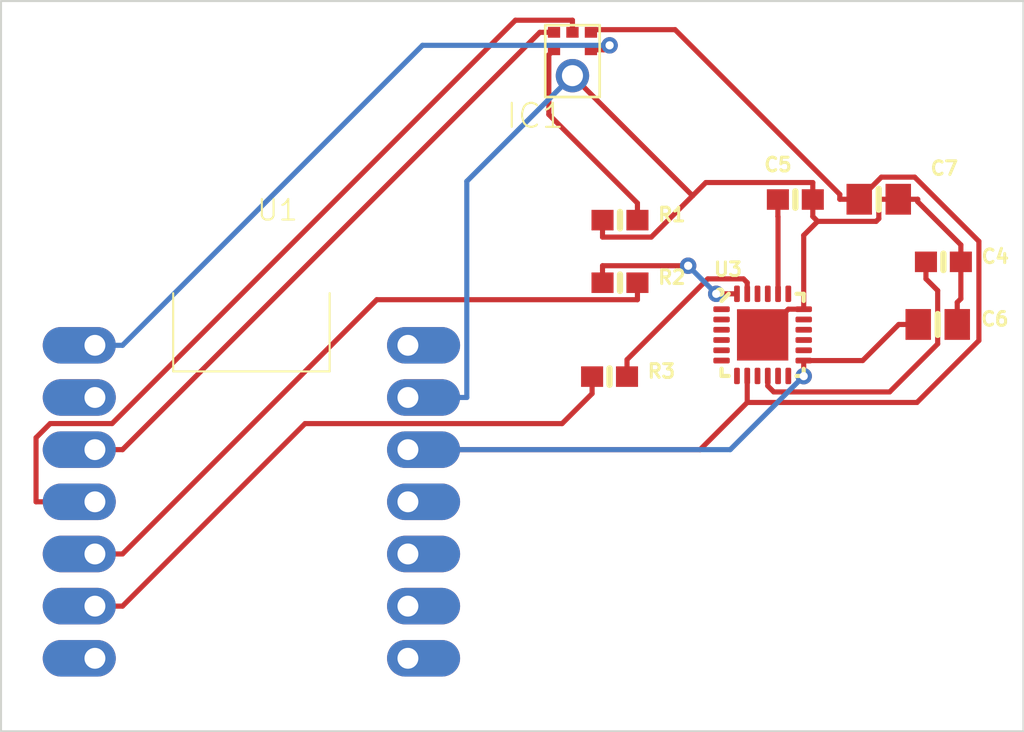
<source format=kicad_pcb>
(kicad_pcb (version 20221018) (generator pcbnew)
  (title_block (title "Sensing PCB") (date "2024-01-24") (rev "v2") (company "Ashwin Nishad"))
  (layers (0 "F.Cu" signal) (31 "B.Cu" signal) (34 "B.Paste" user) (35 "F.Paste" user) (36 "B.SilkS" user "B.Silkscreen") (37 "F.SilkS" user "F.Silkscreen") (38 "B.Mask" user) (39 "F.Mask" user) (44 "Edge.Cuts" user))
  (net 0 "")
  (net 1 "Net-(IC1-BCLK)")
  (net 3 "Net-(IC1-WS)")
  (net 4 "Net-(IC1-DATA)")
  (net 5 "Net-(U1-GPIO4_A3_D3_SDA)")
  (net 6 "Net-(U1-GPIO6_A5_D5_SCL)")
  (net 9 "GND")
  (net 10 "/3.3V")
  (net 15 "/SELECT")
  (net 16 "/CLKIN")
  (net 17 "/SDA_EXT")
  (net 18 "/SCL_EXT")
  (net 19 "/AD0")
  (net 20 "/REGOUT")
  (net 21 "/FSYNC_IN")
  (net 22 "/INT")
  (net 24 "/CPOUT")
  (net 27 "/SCL_3V")
  (net 28 "/SDA_3V")
  (footprint "MEMSMIC:0805-NO" (layer "F.Cu") (at 165.855 94.742)
    (fp_text reference "C7" (at 2.445 -1.117) (layer "F.SilkS") (effects (font (size 0.666496 0.666496) (thickness 0.146304)) (justify left bottom)))
    (fp_text value "220pF")
    (fp_line (start 0 -0.508) (end 0 0.508) (stroke (width 0.3048)) (layer "F.SilkS"))
    (pad "1" smd rect (at -0.95 0) (size 1.24 1.5) (layers "F.Cu" "F.Paste" "F.Mask") (net 10 "/3.3V"))
    (pad "2" smd rect (at 0.95 0) (size 1.24 1.5) (layers "F.Cu" "F.Paste" "F.Mask") (net 9 "GND"))
  )
  (footprint "MEMSMIC:0603-NO" (layer "F.Cu") (at 153.255 98.806)
    (fp_text reference "R2" (at 1.778 0.127) (layer "F.SilkS") (effects (font (size 0.666496 0.666496) (thickness 0.146304)) (justify left bottom)))
    (fp_text value "4.7k")
    (fp_line (start 0 -0.4) (end 0 0.4) (stroke (width 0.3048)) (layer "F.SilkS"))
    (pad "1" smd rect (at -0.85 0) (size 1.075 1) (layers "F.Cu" "F.Paste" "F.Mask") (net 28 "/SDA_3V"))
    (pad "2" smd rect (at 0.85 0) (size 1.075 1) (layers "F.Cu" "F.Paste" "F.Mask") (net 5 "Net-(U1-GPIO4_A3_D3_SDA)"))
  )
  (footprint "MPU6050:0603-NO" (layer "F.Cu") (at 169.003 97.79)
    (fp_text reference "C4" (at 1.778 0.127) (layer "F.SilkS") (effects (font (size 0.666496 0.666496) (thickness 0.146304)) (justify left bottom)))
    (fp_text value "0.1uF")
    (fp_line (start 0 -0.4) (end 0 0.4) (stroke (width 0.3048)) (layer "F.SilkS"))
    (pad "1" smd rect (at -0.85 0) (size 1.075 1) (layers "F.Cu" "F.Paste" "F.Mask") (net 20 "/REGOUT"))
    (pad "2" smd rect (at 0.85 0) (size 1.075 1) (layers "F.Cu" "F.Paste" "F.Mask") (net 9 "GND"))
  )
  (footprint "514_KiCAD_Demo:XIAO_ESP32_SENSE" (layer "F.Cu") (at 135.309 109.474)
    (fp_text reference "U1" (at 1.27 -14.2 unlocked) (layer "F.SilkS") (effects (font (thickness 0.1))))
    (fp_text value "~")
    (fp_line (start -3.81 -10.16) (end -3.81 -6.35) (stroke (width 0.1)) (layer "F.SilkS"))
    (fp_line (start -3.81 -6.35) (end 3.81 -6.35) (stroke (width 0.1)) (layer "F.SilkS"))
    (fp_line (start 3.81 -6.35) (end 3.81 -10.16) (stroke (width 0.1)) (layer "F.SilkS"))
    (pad "1" thru_hole oval (at -7.62 -7.62) (size 3.556 1.778) (drill 1.016 (offset -0.762 0)) (layers "*.Cu" "*.Mask") (net 1 "Net-(IC1-BCLK)"))
    (pad "2" thru_hole oval (at -7.62 -5.08) (size 3.556 1.778) (drill 1.016 (offset -0.762 0)) (layers "*.Cu" "*.Mask"))
    (pad "3" thru_hole oval (at -7.62 -2.54) (size 3.556 1.778) (drill 1.016 (offset -0.762 0)) (layers "*.Cu" "*.Mask") (net 3 "Net-(IC1-WS)"))
    (pad "4" thru_hole oval (at -7.62 0) (size 3.556 1.778) (drill 1.016 (offset -0.762 0)) (layers "*.Cu" "*.Mask") (net 4 "Net-(IC1-DATA)"))
    (pad "5" thru_hole oval (at -7.62 2.54) (size 3.556 1.778) (drill 1.016 (offset -0.762 0)) (layers "*.Cu" "*.Mask") (net 5 "Net-(U1-GPIO4_A3_D3_SDA)"))
    (pad "6" thru_hole oval (at -7.62 5.08) (size 3.556 1.778) (drill 1.016 (offset -0.762 0)) (layers "*.Cu" "*.Mask") (net 6 "Net-(U1-GPIO6_A5_D5_SCL)"))
    (pad "7" thru_hole oval (at -7.62 7.62) (size 3.556 1.778) (drill 1.016 (offset -0.762 0)) (layers "*.Cu" "*.Mask"))
    (pad "8" thru_hole oval (at 7.62 -7.62) (size 3.556 1.778) (drill 1.016 (offset 0.762 0)) (layers "*.Cu" "*.Mask"))
    (pad "9" thru_hole oval (at 7.62 -5.08) (size 3.556 1.778) (drill 1.016 (offset 0.762 0)) (layers "*.Cu" "*.Mask") (net 9 "GND"))
    (pad "10" thru_hole oval (at 7.62 -2.54) (size 3.556 1.778) (drill 1.016 (offset 0.762 0)) (layers "*.Cu" "*.Mask") (net 10 "/3.3V"))
    (pad "11" thru_hole oval (at 7.62 0) (size 3.556 1.778) (drill 1.016 (offset 0.762 0)) (layers "*.Cu" "*.Mask"))
    (pad "12" thru_hole oval (at 7.62 2.54) (size 3.556 1.778) (drill 1.016 (offset 0.762 0)) (layers "*.Cu" "*.Mask"))
    (pad "13" thru_hole oval (at 7.62 5.08) (size 3.556 1.778) (drill 1.016 (offset 0.762 0)) (layers "*.Cu" "*.Mask"))
    (pad "14" thru_hole oval (at 7.62 7.62) (size 3.556 1.778) (drill 1.016 (offset 0.762 0)) (layers "*.Cu" "*.Mask"))
  )
  (footprint "MEMSMIC:SPH0645LM4H" (layer "F.Cu") (at 150.941 88.014)
    (fp_text reference "IC1" (at -3.3 3.35) (layer "F.SilkS") (effects (font (size 1.1684 1.1684) (thickness 0.1016)) (justify left bottom)))
    (fp_text value "MIC")
    (fp_line (start -1.325 -1.75) (end 1.325 -1.75) (stroke (width 0.127)) (layer "F.SilkS"))
    (fp_line (start -1.325 1.75) (end -1.325 -1.75) (stroke (width 0.127)) (layer "F.SilkS"))
    (fp_line (start 1.325 -1.75) (end 1.325 1.75) (stroke (width 0.127)) (layer "F.SilkS"))
    (fp_line (start 1.325 1.75) (end -1.325 1.75) (stroke (width 0.127)) (layer "F.SilkS"))
    (pad "1" smd rect (at -0.9 -1.4) (size 0.6 0.525) (layers "F.Cu" "F.Paste" "F.Mask") (net 3 "Net-(IC1-WS)"))
    (pad "2" smd rect (at -0.9 -0.55) (size 0.6 0.525) (layers "F.Cu" "F.Paste" "F.Mask") (net 15 "/SELECT"))
    (pad "3" thru_hole circle (at 0 0.71) (size 1.625 1.625) (drill 1.025) (layers "*.Cu" "*.Mask") (net 9 "GND"))
    (pad "4" smd rect (at 0.9 -0.55) (size 0.6 0.525) (layers "F.Cu" "F.Paste" "F.Mask") (net 1 "Net-(IC1-BCLK)"))
    (pad "5" smd rect (at 0.9 -1.4) (size 0.6 0.525) (layers "F.Cu" "F.Paste" "F.Mask") (net 10 "/3.3V"))
    (pad "6" smd rect (at 0 -1.4) (size 0.6 0.525) (layers "F.Cu" "F.Paste" "F.Mask") (net 4 "Net-(IC1-DATA)"))
  )
  (footprint "MPU6050:QFN24_4MM_SMSC" (layer "F.Cu") (at 160.201 101.346)
    (fp_text reference "U3" (at -2.45 -2.8) (layer "F.SilkS") (effects (font (size 0.666496 0.666496) (thickness 0.146304)) (justify left bottom)))
    (fp_text value "MPU-6050")
    (fp_line (start -2 2) (end -2 1.65) (stroke (width 0.2032)) (layer "F.SilkS"))
    (fp_line (start -1.65 -2) (end -2 -1.65) (stroke (width 0.2032)) (layer "F.SilkS"))
    (fp_line (start -1.65 2) (end -2 2) (stroke (width 0.2032)) (layer "F.SilkS"))
    (fp_line (start 1.65 2) (end 2 2) (stroke (width 0.2032)) (layer "F.SilkS"))
    (fp_line (start 2 -2) (end 1.65 -2) (stroke (width 0.2032)) (layer "F.SilkS"))
    (fp_line (start 2 -1.65) (end 2 -2) (stroke (width 0.2032)) (layer "F.SilkS"))
    (fp_line (start 2 1.65) (end 2 2) (stroke (width 0.2032)) (layer "F.SilkS"))
    (fp_circle (center -2.0828 -2.0828) (end -1.9558 -2.0828) (stroke (width 0.2032)) (fill none) (layer "F.SilkS"))
    (pad "1" smd roundrect (at -2 -1.25 180) (size 0.8 0.28) (layers "F.Cu" "F.Paste" "F.Mask") (net 16 "/CLKIN"))
    (pad "2" smd roundrect (at -2 -0.75 180) (size 0.8 0.28) (layers "F.Cu" "F.Paste" "F.Mask"))
    (pad "3" smd roundrect (at -2 -0.25 180) (size 0.8 0.28) (layers "F.Cu" "F.Paste" "F.Mask"))
    (pad "4" smd roundrect (at -2 0.25 180) (size 0.8 0.28) (layers "F.Cu" "F.Paste" "F.Mask"))
    (pad "5" smd roundrect (at -2 0.75 180) (size 0.8 0.28) (layers "F.Cu" "F.Paste" "F.Mask"))
    (pad "6" smd roundrect (at -2 1.25 180) (size 0.8 0.28) (layers "F.Cu" "F.Paste" "F.Mask") (net 17 "/SDA_EXT"))
    (pad "7" smd roundrect (at -1.25 2 90) (size 0.8 0.28) (layers "F.Cu" "F.Paste" "F.Mask") (net 18 "/SCL_EXT"))
    (pad "8" smd roundrect (at -0.75 2 90) (size 0.8 0.28) (layers "F.Cu" "F.Paste" "F.Mask") (net 10 "/3.3V"))
    (pad "9" smd roundrect (at -0.25 2 90) (size 0.8 0.28) (layers "F.Cu" "F.Paste" "F.Mask") (net 19 "/AD0"))
    (pad "10" smd roundrect (at 0.25 2 90) (size 0.8 0.28) (layers "F.Cu" "F.Paste" "F.Mask") (net 20 "/REGOUT"))
    (pad "11" smd roundrect (at 0.75 2 90) (size 0.8 0.28) (layers "F.Cu" "F.Paste" "F.Mask") (net 21 "/FSYNC_IN"))
    (pad "12" smd roundrect (at 1.25 2 90) (size 0.8 0.28) (layers "F.Cu" "F.Paste" "F.Mask") (net 22 "/INT"))
    (pad "13" smd roundrect (at 2 1.25) (size 0.8 0.28) (layers "F.Cu" "F.Paste" "F.Mask") (net 10 "/3.3V"))
    (pad "14" smd roundrect (at 2 0.75) (size 0.8 0.28) (layers "F.Cu" "F.Paste" "F.Mask"))
    (pad "15" smd roundrect (at 2 0.25) (size 0.8 0.28) (layers "F.Cu" "F.Paste" "F.Mask"))
    (pad "16" smd roundrect (at 2 -0.25) (size 0.8 0.28) (layers "F.Cu" "F.Paste" "F.Mask"))
    (pad "17" smd roundrect (at 2 -0.75) (size 0.8 0.28) (layers "F.Cu" "F.Paste" "F.Mask"))
    (pad "18" smd roundrect (at 2 -1.25) (size 0.8 0.28) (layers "F.Cu" "F.Paste" "F.Mask") (net 9 "GND"))
    (pad "19" smd roundrect (at 1.25 -2 270) (size 0.8 0.28) (layers "F.Cu" "F.Paste" "F.Mask"))
    (pad "20" smd roundrect (at 0.75 -2 270) (size 0.8 0.28) (layers "F.Cu" "F.Paste" "F.Mask") (net 24 "/CPOUT"))
    (pad "21" smd roundrect (at 0.25 -2 270) (size 0.8 0.28) (layers "F.Cu" "F.Paste" "F.Mask"))
    (pad "22" smd roundrect (at -0.25 -2 270) (size 0.8 0.28) (layers "F.Cu" "F.Paste" "F.Mask"))
    (pad "23" smd roundrect (at -0.75 -2 270) (size 0.8 0.28) (layers "F.Cu" "F.Paste" "F.Mask") (net 27 "/SCL_3V"))
    (pad "24" smd roundrect (at -1.25 -2 270) (size 0.8 0.28) (layers "F.Cu" "F.Paste" "F.Mask") (net 28 "/SDA_3V"))
    (pad "THERM" smd rect (at 0 0) (size 2.5 2.5) (layers "F.Cu" "F.Mask") (net 9 "GND"))
  )
  (footprint "MPU6050:0603-NO" (layer "F.Cu") (at 161.7934 94.7552)
    (fp_text reference "C5" (at -1.5934 -1.3052) (layer "F.SilkS") (effects (font (size 0.666496 0.666496) (thickness 0.146304)) (justify left bottom)))
    (fp_text value "2.2nF")
    (fp_line (start 0 -0.4) (end 0 0.4) (stroke (width 0.3048)) (layer "F.SilkS"))
    (pad "1" smd rect (at -0.85 0) (size 1.075 1) (layers "F.Cu" "F.Paste" "F.Mask") (net 24 "/CPOUT"))
    (pad "2" smd rect (at 0.85 0) (size 1.075 1) (layers "F.Cu" "F.Paste" "F.Mask") (net 9 "GND"))
  )
  (footprint "MEMSMIC:0603-NO" (layer "F.Cu") (at 153.255 95.758)
    (fp_text reference "R1" (at 1.778 0.127) (layer "F.SilkS") (effects (font (size 0.666496 0.666496) (thickness 0.146304)) (justify left bottom)))
    (fp_text value "10k")
    (fp_line (start 0 -0.4) (end 0 0.4) (stroke (width 0.3048)) (layer "F.SilkS"))
    (pad "1" smd rect (at -0.85 0) (size 1.075 1) (layers "F.Cu" "F.Paste" "F.Mask") (net 9 "GND"))
    (pad "2" smd rect (at 0.85 0) (size 1.075 1) (layers "F.Cu" "F.Paste" "F.Mask") (net 15 "/SELECT"))
  )
  (footprint "MEMSMIC:0603-NO" (layer "F.Cu") (at 152.747 103.378)
    (fp_text reference "R3" (at 1.778 0.127) (layer "F.SilkS") (effects (font (size 0.666496 0.666496) (thickness 0.146304)) (justify left bottom)))
    (fp_text value "4.7k")
    (fp_line (start 0 -0.4) (end 0 0.4) (stroke (width 0.3048)) (layer "F.SilkS"))
    (pad "1" smd rect (at -0.85 0) (size 1.075 1) (layers "F.Cu" "F.Paste" "F.Mask") (net 6 "Net-(U1-GPIO6_A5_D5_SCL)"))
    (pad "2" smd rect (at 0.85 0) (size 1.075 1) (layers "F.Cu" "F.Paste" "F.Mask") (net 27 "/SCL_3V"))
  )
  (footprint "MEMSMIC:0805-NO" (layer "F.Cu") (at 168.727 100.838)
    (fp_text reference "C6" (at 2.032 0.127) (layer "F.SilkS") (effects (font (size 0.666496 0.666496) (thickness 0.146304)) (justify left bottom)))
    (fp_text value "1uF")
    (fp_line (start 0 -0.508) (end 0 0.508) (stroke (width 0.3048)) (layer "F.SilkS"))
    (pad "1" smd rect (at -0.95 0) (size 1.24 1.5) (layers "F.Cu" "F.Paste" "F.Mask") (net 10 "/3.3V"))
    (pad "2" smd rect (at 0.95 0) (size 1.24 1.5) (layers "F.Cu" "F.Paste" "F.Mask") (net 9 "GND"))
  )
  (gr_rect (start 123.117 85.09) (end 172.901 120.65) (stroke (width 0.1)) (fill none) (layer "Edge.Cuts"))
  (segment (start 152.685 87.2473) (end 152.75 87.2473) (width 0.25) (layer "F.Cu") (net 1))
  (segment (start 152.468 87.464) (end 152.685 87.2473) (width 0.25) (layer "F.Cu") (net 1))
  (segment (start 151.841 87.464) (end 152.468 87.464) (width 0.25) (layer "F.Cu") (net 1))
  (via (at 152.75 87.2473) (size 0.8) (drill 0.4) (layers "F.Cu" "B.Cu") (net 1))
  (segment (start 127.689 101.854) (end 129.032 101.854) (width 0.25) (layer "B.Cu") (net 1))
  (segment (start 129.032 101.854) (end 143.639 87.2473) (width 0.25) (layer "B.Cu") (net 1))
  (segment (start 143.639 87.2473) (end 152.75 87.2473) (width 0.25) (layer "B.Cu") (net 1))
  (segment (start 127.689 106.934) (end 129.032 106.934) (width 0.25) (layer "F.Cu") (net 3))
  (segment (start 129.032 106.934) (end 149.352 86.614) (width 0.25) (layer "F.Cu") (net 3))
  (segment (start 149.352 86.614) (end 150.041 86.614) (width 0.25) (layer "F.Cu") (net 3))
  (segment (start 127.689 109.474) (end 124.8221 109.474) (width 0.25) (layer "F.Cu") (net 4))
  (segment (start 150.941 86.0246) (end 150.941 86.614) (width 0.25) (layer "F.Cu") (net 4))
  (segment (start 124.8221 106.3518) (end 125.5099 105.664) (width 0.25) (layer "F.Cu") (net 4))
  (segment (start 124.8221 109.474) (end 124.8221 106.3518) (width 0.25) (layer "F.Cu") (net 4))
  (segment (start 125.5099 105.664) (end 128.524 105.664) (width 0.25) (layer "F.Cu") (net 4))
  (segment (start 128.524 105.664) (end 148.164 86.0246) (width 0.25) (layer "F.Cu") (net 4))
  (segment (start 148.164 86.0246) (end 150.941 86.0246) (width 0.25) (layer "F.Cu") (net 4))
  (segment (start 154.105 98.806) (end 154.105 99.6329) (width 0.25) (layer "F.Cu") (net 5))
  (segment (start 141.413 99.6329) (end 129.032 112.014) (width 0.25) (layer "F.Cu") (net 5))
  (segment (start 154.105 99.6329) (end 141.413 99.6329) (width 0.25) (layer "F.Cu") (net 5))
  (segment (start 129.032 112.014) (end 127.689 112.014) (width 0.25) (layer "F.Cu") (net 5))
  (segment (start 127.689 114.554) (end 129.032 114.554) (width 0.25) (layer "F.Cu") (net 6))
  (segment (start 151.897 104.2049) (end 151.897 103.378) (width 0.25) (layer "F.Cu") (net 6))
  (segment (start 137.92 105.6655) (end 150.436 105.6655) (width 0.25) (layer "F.Cu") (net 6))
  (segment (start 150.436 105.6655) (end 151.897 104.2049) (width 0.25) (layer "F.Cu") (net 6))
  (segment (start 129.032 114.554) (end 137.92 105.6655) (width 0.25) (layer "F.Cu") (net 6))
  (segment (start 169.677 99.7611) (end 169.853 99.5851) (width 0.25) (layer "F.Cu") (net 9))
  (segment (start 165.728 95.8189) (end 165.858 95.6889) (width 0.25) (layer "F.Cu") (net 9))
  (segment (start 162.201 96.4981) (end 162.88 95.8189) (width 0.25) (layer "F.Cu") (net 9))
  (segment (start 162.643 95.5821) (end 162.88 95.8189) (width 0.25) (layer "F.Cu") (net 9))
  (segment (start 162.643 94.7552) (end 162.6434 94.7552) (width 0.25) (layer "F.Cu") (net 9))
  (segment (start 165.858 94.742) (end 166.805 94.742) (width 0.25) (layer "F.Cu") (net 9))
  (segment (start 169.853 99.5851) (end 169.853 97.79) (width 0.25) (layer "F.Cu") (net 9))
  (segment (start 165.858 95.6889) (end 165.858 94.742) (width 0.25) (layer "F.Cu") (net 9))
  (segment (start 167.752 94.742) (end 167.752 94.862) (width 0.25) (layer "F.Cu") (net 9))
  (segment (start 162.201 100.096) (end 162.201 96.4981) (width 0.25) (layer "F.Cu") (net 9))
  (segment (start 150.941 88.724) (end 156.79 94.5729) (width 0.25) (layer "F.Cu") (net 9))
  (segment (start 162.643 93.9283) (end 162.643 94.7552) (width 0.25) (layer "F.Cu") (net 9))
  (segment (start 166.805 94.742) (end 167.752 94.742) (width 0.25) (layer "F.Cu") (net 9))
  (segment (start 162.88 95.8189) (end 165.728 95.8189) (width 0.25) (layer "F.Cu") (net 9))
  (segment (start 156.79 94.5729) (end 157.435 93.9283) (width 0.25) (layer "F.Cu") (net 9))
  (segment (start 152.405 95.758) (end 152.405 96.5849) (width 0.25) (layer "F.Cu") (net 9))
  (segment (start 167.752 94.862) (end 169.853 96.9631) (width 0.25) (layer "F.Cu") (net 9))
  (segment (start 157.435 93.9283) (end 162.643 93.9283) (width 0.25) (layer "F.Cu") (net 9))
  (segment (start 162.201 100.096) (end 161.451 100.096) (width 0.25) (layer "F.Cu") (net 9))
  (segment (start 154.778 96.5849) (end 156.79 94.5729) (width 0.25) (layer "F.Cu") (net 9))
  (segment (start 169.677 100.838) (end 169.677 99.7611) (width 0.25) (layer "F.Cu") (net 9))
  (segment (start 152.405 96.5849) (end 154.778 96.5849) (width 0.25) (layer "F.Cu") (net 9))
  (segment (start 161.451 100.096) (end 160.201 101.346) (width 0.25) (layer "F.Cu") (net 9))
  (segment (start 162.643 94.7552) (end 162.643 95.5821) (width 0.25) (layer "F.Cu") (net 9))
  (segment (start 169.853 96.9631) (end 169.853 97.79) (width 0.25) (layer "F.Cu") (net 9))
  (segment (start 142.929 104.394) (end 145.796 104.394) (width 0.25) (layer "B.Cu") (net 9))
  (segment (start 145.796 104.394) (end 145.796 93.8691) (width 0.25) (layer "B.Cu") (net 9))
  (segment (start 145.796 93.8691) (end 150.941 88.724) (width 0.25) (layer "B.Cu") (net 9))
  (segment (start 167.605 93.6651) (end 165.982 93.6651) (width 0.25) (layer "F.Cu") (net 10))
  (segment (start 142.929 106.934) (end 157.154 106.934) (width 0.25) (layer "F.Cu") (net 10))
  (segment (start 163.958 94.742) (end 163.958 94.5053) (width 0.25) (layer "F.Cu") (net 10))
  (segment (start 167.715 104.637) (end 170.731 101.6214) (width 0.25) (layer "F.Cu") (net 10))
  (segment (start 155.937 86.4839) (end 151.971 86.4839) (width 0.25) (layer "F.Cu") (net 10))
  (segment (start 170.731 101.6214) (end 170.731 96.7903) (width 0.25) (layer "F.Cu") (net 10))
  (segment (start 159.451 104.637) (end 159.451 103.346) (width 0.25) (layer "F.Cu") (net 10))
  (segment (start 151.971 86.4839) (end 151.841 86.614) (width 0.25) (layer "F.Cu") (net 10))
  (segment (start 166.83 100.838) (end 165.072 102.596) (width 0.25) (layer "F.Cu") (net 10))
  (segment (start 162.201 103.3553) (end 162.201 102.596) (width 0.25) (layer "F.Cu") (net 10))
  (segment (start 157.154 106.934) (end 159.451 104.637) (width 0.25) (layer "F.Cu") (net 10))
  (segment (start 164.905 94.742) (end 163.958 94.742) (width 0.25) (layer "F.Cu") (net 10))
  (segment (start 165.072 102.596) (end 162.201 102.596) (width 0.25) (layer "F.Cu") (net 10))
  (segment (start 159.451 104.637) (end 167.715 104.637) (width 0.25) (layer "F.Cu") (net 10))
  (segment (start 165.982 93.6651) (end 164.905 94.742) (width 0.25) (layer "F.Cu") (net 10))
  (segment (start 163.958 94.5053) (end 155.937 86.4839) (width 0.25) (layer "F.Cu") (net 10))
  (segment (start 170.731 96.7903) (end 167.605 93.6651) (width 0.25) (layer "F.Cu") (net 10))
  (segment (start 167.777 100.838) (end 166.83 100.838) (width 0.25) (layer "F.Cu") (net 10))
  (via (at 162.201 103.3553) (size 0.8) (drill 0.4) (layers "F.Cu" "B.Cu") (net 10))
  (segment (start 142.929 106.934) (end 158.622 106.934) (width 0.25) (layer "B.Cu") (net 10))
  (segment (start 158.622 106.934) (end 162.201 103.3553) (width 0.25) (layer "B.Cu") (net 10))
  (segment (start 154.105 95.758) (end 154.105 94.9311) (width 0.25) (layer "F.Cu") (net 15))
  (segment (start 154.105 94.9311) (end 149.79 90.6159) (width 0.25) (layer "F.Cu") (net 15))
  (segment (start 149.79 90.6159) (end 149.79 87.7152) (width 0.25) (layer "F.Cu") (net 15))
  (segment (start 149.79 87.7152) (end 150.041 87.464) (width 0.25) (layer "F.Cu") (net 15))
  (segment (start 168.724 99.1878) (end 168.724 101.7842) (width 0.25) (layer "F.Cu") (net 20))
  (segment (start 168.724 101.7842) (end 166.385 104.1231) (width 0.25) (layer "F.Cu") (net 20))
  (segment (start 168.153 98.6169) (end 168.724 99.1878) (width 0.25) (layer "F.Cu") (net 20))
  (segment (start 168.153 97.79) (end 168.153 98.6169) (width 0.25) (layer "F.Cu") (net 20))
  (segment (start 166.385 104.1231) (end 160.742 104.1231) (width 0.25) (layer "F.Cu") (net 20))
  (segment (start 160.742 104.1231) (end 160.451 103.8317) (width 0.25) (layer "F.Cu") (net 20))
  (segment (start 160.451 103.8317) (end 160.451 103.346) (width 0.25) (layer "F.Cu") (net 20))
  (segment (start 160.9434 95.1682) (end 160.9434 94.7552) (width 0.25) (layer "F.Cu") (net 24))
  (segment (start 160.943 95.5821) (end 160.951 95.5897) (width 0.25) (layer "F.Cu") (net 24))
  (segment (start 160.943 95.1686) (end 160.9434 95.1682) (width 0.25) (layer "F.Cu") (net 24))
  (segment (start 160.951 95.5897) (end 160.951 99.346) (width 0.25) (layer "F.Cu") (net 24))
  (segment (start 160.943 95.1686) (end 160.943 95.5821) (width 0.25) (layer "F.Cu") (net 24))
  (segment (start 160.943 94.7552) (end 160.943 95.1686) (width 0.25) (layer "F.Cu") (net 24))
  (segment (start 157.529 98.6188) (end 159.268 98.6188) (width 0.25) (layer "F.Cu") (net 27))
  (segment (start 159.268 98.6188) (end 159.451 98.8017) (width 0.25) (layer "F.Cu") (net 27))
  (segment (start 159.451 98.8017) (end 159.451 99.346) (width 0.25) (layer "F.Cu") (net 27))
  (segment (start 153.597 103.378) (end 153.597 102.5511) (width 0.25) (layer "F.Cu") (net 27))
  (segment (start 153.597 102.5511) (end 157.529 98.6188) (width 0.25) (layer "F.Cu") (net 27))
  (segment (start 158.951 99.346) (end 157.941 99.346) (width 0.25) (layer "F.Cu") (net 28))
  (segment (start 152.405 98.806) (end 152.405 97.9791) (width 0.25) (layer "F.Cu") (net 28))
  (segment (start 152.405 97.9791) (end 156.574 97.9791) (width 0.25) (layer "F.Cu") (net 28))
  (via (at 157.941 99.346) (size 0.8) (drill 0.4) (layers "F.Cu" "B.Cu") (net 28))
  (via (at 156.574 97.9791) (size 0.8) (drill 0.4) (layers "F.Cu" "B.Cu") (net 28))
  (segment (start 157.941 99.346) (end 156.574 97.9791) (width 0.25) (layer "B.Cu") (net 28))
)
</source>
